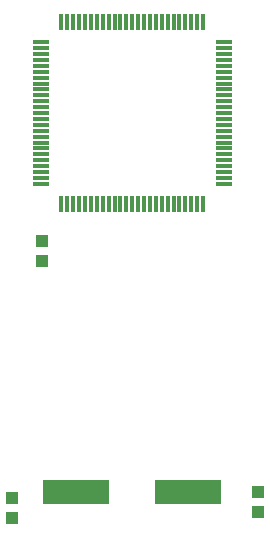
<source format=gbr>
%TF.GenerationSoftware,Altium Limited,Altium Designer,23.4.1 (23)*%
G04 Layer_Color=8421504*
%FSLAX45Y45*%
%MOMM*%
%TF.SameCoordinates,3C8645F9-427F-4EF9-BD5D-D69B0DC8593D*%
%TF.FilePolarity,Positive*%
%TF.FileFunction,Paste,Top*%
%TF.Part,Single*%
G01*
G75*
%TA.AperFunction,SMDPad,CuDef*%
%ADD11R,1.47500X0.30000*%
%ADD12R,0.30000X1.47500*%
%ADD13R,5.60000X2.10000*%
%ADD14R,1.00000X1.10000*%
D11*
X876200Y3900000D02*
D03*
Y3950000D02*
D03*
Y4000000D02*
D03*
Y4050000D02*
D03*
Y4100000D02*
D03*
Y4150000D02*
D03*
Y4200000D02*
D03*
Y4250000D02*
D03*
Y4300000D02*
D03*
Y4350000D02*
D03*
Y4400000D02*
D03*
Y4450000D02*
D03*
Y4500000D02*
D03*
Y4550000D02*
D03*
Y4600000D02*
D03*
Y4650000D02*
D03*
Y4700000D02*
D03*
Y4750000D02*
D03*
Y4800000D02*
D03*
Y4850000D02*
D03*
Y4900000D02*
D03*
Y4950000D02*
D03*
Y5000000D02*
D03*
Y5050000D02*
D03*
Y5100000D02*
D03*
X2423800D02*
D03*
Y5050000D02*
D03*
Y5000000D02*
D03*
Y4950000D02*
D03*
Y4900000D02*
D03*
Y4850000D02*
D03*
Y4800000D02*
D03*
Y4750000D02*
D03*
Y4700000D02*
D03*
Y4650000D02*
D03*
Y4600000D02*
D03*
Y4550000D02*
D03*
Y4500000D02*
D03*
Y4450000D02*
D03*
Y4400000D02*
D03*
Y4350000D02*
D03*
Y4300000D02*
D03*
Y4250000D02*
D03*
Y4200000D02*
D03*
Y4150000D02*
D03*
Y4100000D02*
D03*
Y4050000D02*
D03*
Y4000000D02*
D03*
Y3950000D02*
D03*
Y3900000D02*
D03*
D12*
X1050000Y5273800D02*
D03*
X1100000D02*
D03*
X1150000D02*
D03*
X1200000D02*
D03*
X1250000D02*
D03*
X1300000D02*
D03*
X1350000D02*
D03*
X1400000D02*
D03*
X1450000D02*
D03*
X1500000D02*
D03*
X1550000D02*
D03*
X1600000D02*
D03*
X1650000D02*
D03*
X1700000D02*
D03*
X1750000D02*
D03*
X1800000D02*
D03*
X1850000D02*
D03*
X1900000D02*
D03*
X1950000D02*
D03*
X2000000D02*
D03*
X2050000D02*
D03*
X2100000D02*
D03*
X2150000D02*
D03*
X2200000D02*
D03*
X2250000D02*
D03*
Y3726200D02*
D03*
X2200000D02*
D03*
X2150000D02*
D03*
X2100000D02*
D03*
X2050000D02*
D03*
X2000000D02*
D03*
X1950000D02*
D03*
X1900000D02*
D03*
X1850000D02*
D03*
X1800000D02*
D03*
X1750000D02*
D03*
X1700000D02*
D03*
X1650000D02*
D03*
X1600000D02*
D03*
X1550000D02*
D03*
X1500000D02*
D03*
X1450000D02*
D03*
X1400000D02*
D03*
X1350000D02*
D03*
X1300000D02*
D03*
X1250000D02*
D03*
X1200000D02*
D03*
X1150000D02*
D03*
X1100000D02*
D03*
X1050000D02*
D03*
D13*
X2126000Y1295400D02*
D03*
X1176000D02*
D03*
D14*
X889000Y3248750D02*
D03*
Y3418750D02*
D03*
X2714625Y1291500D02*
D03*
Y1121500D02*
D03*
X635000Y1243875D02*
D03*
Y1073875D02*
D03*
%TF.MD5,4396782ebb37840606041c197441bc36*%
M02*

</source>
